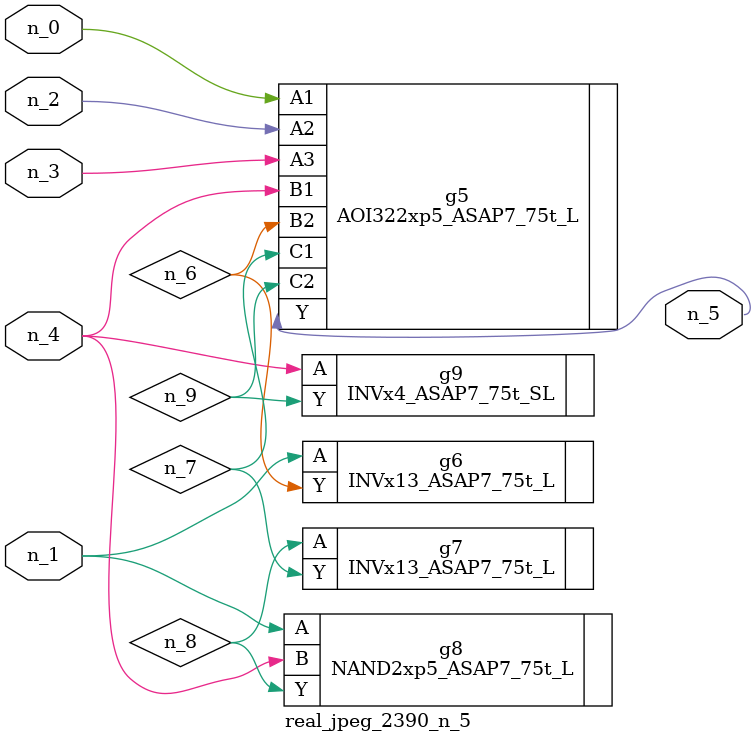
<source format=v>
module real_jpeg_2390_n_5 (n_4, n_0, n_1, n_2, n_3, n_5);

input n_4;
input n_0;
input n_1;
input n_2;
input n_3;

output n_5;

wire n_8;
wire n_6;
wire n_7;
wire n_9;

AOI322xp5_ASAP7_75t_L g5 ( 
.A1(n_0),
.A2(n_2),
.A3(n_3),
.B1(n_4),
.B2(n_6),
.C1(n_7),
.C2(n_9),
.Y(n_5)
);

INVx13_ASAP7_75t_L g6 ( 
.A(n_1),
.Y(n_6)
);

NAND2xp5_ASAP7_75t_L g8 ( 
.A(n_1),
.B(n_4),
.Y(n_8)
);

INVx4_ASAP7_75t_SL g9 ( 
.A(n_4),
.Y(n_9)
);

INVx13_ASAP7_75t_L g7 ( 
.A(n_8),
.Y(n_7)
);


endmodule
</source>
